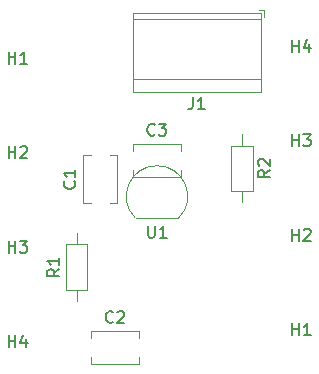
<source format=gto>
G04 #@! TF.GenerationSoftware,KiCad,Pcbnew,(5.1.4)-1*
G04 #@! TF.CreationDate,2019-11-21T21:08:13-06:00*
G04 #@! TF.ProjectId,SensorBoard,53656e73-6f72-4426-9f61-72642e6b6963,rev?*
G04 #@! TF.SameCoordinates,Original*
G04 #@! TF.FileFunction,Legend,Top*
G04 #@! TF.FilePolarity,Positive*
%FSLAX46Y46*%
G04 Gerber Fmt 4.6, Leading zero omitted, Abs format (unit mm)*
G04 Created by KiCad (PCBNEW (5.1.4)-1) date 2019-11-21 21:08:13*
%MOMM*%
%LPD*%
G04 APERTURE LIST*
%ADD10C,0.120000*%
%ADD11C,0.150000*%
G04 APERTURE END LIST*
D10*
X5648478Y-14030478D02*
G75*
G03X3810000Y-9592000I-1838478J1838478D01*
G01*
X1971522Y-14030478D02*
G75*
G02X3810000Y-9592000I1838478J1838478D01*
G01*
X2010000Y-14042000D02*
X5610000Y-14042000D01*
X5810000Y-9939000D02*
X5810000Y-10564000D01*
X5810000Y-7724000D02*
X5810000Y-8349000D01*
X1770000Y-9939000D02*
X1770000Y-10564000D01*
X1770000Y-7724000D02*
X1770000Y-8349000D01*
X1770000Y-10564000D02*
X5810000Y-10564000D01*
X1770000Y-7724000D02*
X5810000Y-7724000D01*
X11000000Y-12680000D02*
X11000000Y-11730000D01*
X11000000Y-6940000D02*
X11000000Y-7890000D01*
X11920000Y-11730000D02*
X11920000Y-7890000D01*
X10080000Y-11730000D02*
X11920000Y-11730000D01*
X10080000Y-7890000D02*
X10080000Y-11730000D01*
X11920000Y-7890000D02*
X10080000Y-7890000D01*
X-3000000Y-15320000D02*
X-3000000Y-16270000D01*
X-3000000Y-21060000D02*
X-3000000Y-20110000D01*
X-3920000Y-16270000D02*
X-3920000Y-20110000D01*
X-2080000Y-16270000D02*
X-3920000Y-16270000D01*
X-2080000Y-20110000D02*
X-2080000Y-16270000D01*
X-3920000Y-20110000D02*
X-2080000Y-20110000D01*
X12860000Y3610000D02*
X12460000Y3610000D01*
X12860000Y2970000D02*
X12860000Y3610000D01*
X1759000Y-3370000D02*
X1759000Y3370000D01*
X12620000Y-3370000D02*
X12620000Y3370000D01*
X12620000Y3370000D02*
X1759000Y3370000D01*
X12620000Y-3370000D02*
X1759000Y-3370000D01*
X12620000Y-2250000D02*
X1759000Y-2250000D01*
X12620000Y2850000D02*
X1759000Y2850000D01*
X2270000Y-25795000D02*
X2270000Y-26420000D01*
X2270000Y-23580000D02*
X2270000Y-24205000D01*
X-1770000Y-25795000D02*
X-1770000Y-26420000D01*
X-1770000Y-23580000D02*
X-1770000Y-24205000D01*
X-1770000Y-26420000D02*
X2270000Y-26420000D01*
X-1770000Y-23580000D02*
X2270000Y-23580000D01*
X-205000Y-8730000D02*
X420000Y-8730000D01*
X-2420000Y-8730000D02*
X-1795000Y-8730000D01*
X-205000Y-12770000D02*
X420000Y-12770000D01*
X-2420000Y-12770000D02*
X-1795000Y-12770000D01*
X420000Y-12770000D02*
X420000Y-8730000D01*
X-2420000Y-12770000D02*
X-2420000Y-8730000D01*
D11*
X3048095Y-14692380D02*
X3048095Y-15501904D01*
X3095714Y-15597142D01*
X3143333Y-15644761D01*
X3238571Y-15692380D01*
X3429047Y-15692380D01*
X3524285Y-15644761D01*
X3571904Y-15597142D01*
X3619523Y-15501904D01*
X3619523Y-14692380D01*
X4619523Y-15692380D02*
X4048095Y-15692380D01*
X4333809Y-15692380D02*
X4333809Y-14692380D01*
X4238571Y-14835238D01*
X4143333Y-14930476D01*
X4048095Y-14978095D01*
X3623333Y-6951142D02*
X3575714Y-6998761D01*
X3432857Y-7046380D01*
X3337619Y-7046380D01*
X3194761Y-6998761D01*
X3099523Y-6903523D01*
X3051904Y-6808285D01*
X3004285Y-6617809D01*
X3004285Y-6474952D01*
X3051904Y-6284476D01*
X3099523Y-6189238D01*
X3194761Y-6094000D01*
X3337619Y-6046380D01*
X3432857Y-6046380D01*
X3575714Y-6094000D01*
X3623333Y-6141619D01*
X3956666Y-6046380D02*
X4575714Y-6046380D01*
X4242380Y-6427333D01*
X4385238Y-6427333D01*
X4480476Y-6474952D01*
X4528095Y-6522571D01*
X4575714Y-6617809D01*
X4575714Y-6855904D01*
X4528095Y-6951142D01*
X4480476Y-6998761D01*
X4385238Y-7046380D01*
X4099523Y-7046380D01*
X4004285Y-6998761D01*
X3956666Y-6951142D01*
X15238095Y-7952380D02*
X15238095Y-6952380D01*
X15238095Y-7428571D02*
X15809523Y-7428571D01*
X15809523Y-7952380D02*
X15809523Y-6952380D01*
X16190476Y-6952380D02*
X16809523Y-6952380D01*
X16476190Y-7333333D01*
X16619047Y-7333333D01*
X16714285Y-7380952D01*
X16761904Y-7428571D01*
X16809523Y-7523809D01*
X16809523Y-7761904D01*
X16761904Y-7857142D01*
X16714285Y-7904761D01*
X16619047Y-7952380D01*
X16333333Y-7952380D01*
X16238095Y-7904761D01*
X16190476Y-7857142D01*
X15238095Y-15952380D02*
X15238095Y-14952380D01*
X15238095Y-15428571D02*
X15809523Y-15428571D01*
X15809523Y-15952380D02*
X15809523Y-14952380D01*
X16238095Y-15047619D02*
X16285714Y-15000000D01*
X16380952Y-14952380D01*
X16619047Y-14952380D01*
X16714285Y-15000000D01*
X16761904Y-15047619D01*
X16809523Y-15142857D01*
X16809523Y-15238095D01*
X16761904Y-15380952D01*
X16190476Y-15952380D01*
X16809523Y-15952380D01*
X15238095Y-23952380D02*
X15238095Y-22952380D01*
X15238095Y-23428571D02*
X15809523Y-23428571D01*
X15809523Y-23952380D02*
X15809523Y-22952380D01*
X16809523Y-23952380D02*
X16238095Y-23952380D01*
X16523809Y-23952380D02*
X16523809Y-22952380D01*
X16428571Y-23095238D01*
X16333333Y-23190476D01*
X16238095Y-23238095D01*
X15238095Y47619D02*
X15238095Y1047619D01*
X15238095Y571428D02*
X15809523Y571428D01*
X15809523Y47619D02*
X15809523Y1047619D01*
X16714285Y714285D02*
X16714285Y47619D01*
X16476190Y1095238D02*
X16238095Y380952D01*
X16857142Y380952D01*
X-8761904Y-16952380D02*
X-8761904Y-15952380D01*
X-8761904Y-16428571D02*
X-8190476Y-16428571D01*
X-8190476Y-16952380D02*
X-8190476Y-15952380D01*
X-7809523Y-15952380D02*
X-7190476Y-15952380D01*
X-7523809Y-16333333D01*
X-7380952Y-16333333D01*
X-7285714Y-16380952D01*
X-7238095Y-16428571D01*
X-7190476Y-16523809D01*
X-7190476Y-16761904D01*
X-7238095Y-16857142D01*
X-7285714Y-16904761D01*
X-7380952Y-16952380D01*
X-7666666Y-16952380D01*
X-7761904Y-16904761D01*
X-7809523Y-16857142D01*
X-8761904Y-8952380D02*
X-8761904Y-7952380D01*
X-8761904Y-8428571D02*
X-8190476Y-8428571D01*
X-8190476Y-8952380D02*
X-8190476Y-7952380D01*
X-7761904Y-8047619D02*
X-7714285Y-8000000D01*
X-7619047Y-7952380D01*
X-7380952Y-7952380D01*
X-7285714Y-8000000D01*
X-7238095Y-8047619D01*
X-7190476Y-8142857D01*
X-7190476Y-8238095D01*
X-7238095Y-8380952D01*
X-7809523Y-8952380D01*
X-7190476Y-8952380D01*
X-8761904Y-952380D02*
X-8761904Y47619D01*
X-8761904Y-428571D02*
X-8190476Y-428571D01*
X-8190476Y-952380D02*
X-8190476Y47619D01*
X-7190476Y-952380D02*
X-7761904Y-952380D01*
X-7476190Y-952380D02*
X-7476190Y47619D01*
X-7571428Y-95238D01*
X-7666666Y-190476D01*
X-7761904Y-238095D01*
X-8761904Y-24952380D02*
X-8761904Y-23952380D01*
X-8761904Y-24428571D02*
X-8190476Y-24428571D01*
X-8190476Y-24952380D02*
X-8190476Y-23952380D01*
X-7285714Y-24285714D02*
X-7285714Y-24952380D01*
X-7523809Y-23904761D02*
X-7761904Y-24619047D01*
X-7142857Y-24619047D01*
X13372380Y-9976666D02*
X12896190Y-10310000D01*
X13372380Y-10548095D02*
X12372380Y-10548095D01*
X12372380Y-10167142D01*
X12420000Y-10071904D01*
X12467619Y-10024285D01*
X12562857Y-9976666D01*
X12705714Y-9976666D01*
X12800952Y-10024285D01*
X12848571Y-10071904D01*
X12896190Y-10167142D01*
X12896190Y-10548095D01*
X12467619Y-9595714D02*
X12420000Y-9548095D01*
X12372380Y-9452857D01*
X12372380Y-9214761D01*
X12420000Y-9119523D01*
X12467619Y-9071904D01*
X12562857Y-9024285D01*
X12658095Y-9024285D01*
X12800952Y-9071904D01*
X13372380Y-9643333D01*
X13372380Y-9024285D01*
X-4467619Y-18356666D02*
X-4943809Y-18690000D01*
X-4467619Y-18928095D02*
X-5467619Y-18928095D01*
X-5467619Y-18547142D01*
X-5420000Y-18451904D01*
X-5372380Y-18404285D01*
X-5277142Y-18356666D01*
X-5134285Y-18356666D01*
X-5039047Y-18404285D01*
X-4991428Y-18451904D01*
X-4943809Y-18547142D01*
X-4943809Y-18928095D01*
X-4467619Y-17404285D02*
X-4467619Y-17975714D01*
X-4467619Y-17690000D02*
X-5467619Y-17690000D01*
X-5324761Y-17785238D01*
X-5229523Y-17880476D01*
X-5181904Y-17975714D01*
X6856666Y-3822380D02*
X6856666Y-4536666D01*
X6809047Y-4679523D01*
X6713809Y-4774761D01*
X6570952Y-4822380D01*
X6475714Y-4822380D01*
X7856666Y-4822380D02*
X7285238Y-4822380D01*
X7570952Y-4822380D02*
X7570952Y-3822380D01*
X7475714Y-3965238D01*
X7380476Y-4060476D01*
X7285238Y-4108095D01*
X83333Y-22807142D02*
X35714Y-22854761D01*
X-107142Y-22902380D01*
X-202380Y-22902380D01*
X-345238Y-22854761D01*
X-440476Y-22759523D01*
X-488095Y-22664285D01*
X-535714Y-22473809D01*
X-535714Y-22330952D01*
X-488095Y-22140476D01*
X-440476Y-22045238D01*
X-345238Y-21950000D01*
X-202380Y-21902380D01*
X-107142Y-21902380D01*
X35714Y-21950000D01*
X83333Y-21997619D01*
X464285Y-21997619D02*
X511904Y-21950000D01*
X607142Y-21902380D01*
X845238Y-21902380D01*
X940476Y-21950000D01*
X988095Y-21997619D01*
X1035714Y-22092857D01*
X1035714Y-22188095D01*
X988095Y-22330952D01*
X416666Y-22902380D01*
X1035714Y-22902380D01*
X-3192857Y-10916666D02*
X-3145238Y-10964285D01*
X-3097619Y-11107142D01*
X-3097619Y-11202380D01*
X-3145238Y-11345238D01*
X-3240476Y-11440476D01*
X-3335714Y-11488095D01*
X-3526190Y-11535714D01*
X-3669047Y-11535714D01*
X-3859523Y-11488095D01*
X-3954761Y-11440476D01*
X-4050000Y-11345238D01*
X-4097619Y-11202380D01*
X-4097619Y-11107142D01*
X-4050000Y-10964285D01*
X-4002380Y-10916666D01*
X-3097619Y-9964285D02*
X-3097619Y-10535714D01*
X-3097619Y-10250000D02*
X-4097619Y-10250000D01*
X-3954761Y-10345238D01*
X-3859523Y-10440476D01*
X-3811904Y-10535714D01*
M02*

</source>
